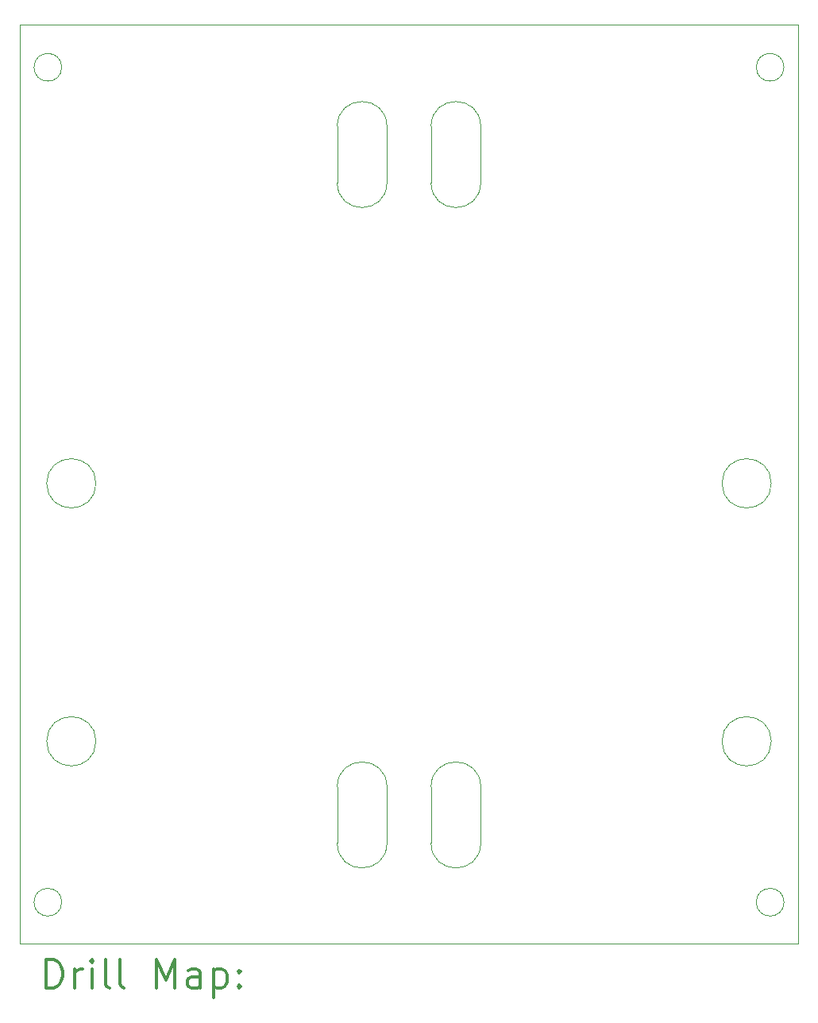
<source format=gbr>
%FSLAX45Y45*%
G04 Gerber Fmt 4.5, Leading zero omitted, Abs format (unit mm)*
G04 Created by KiCad (PCBNEW (5.1.10)-1) date 2022-05-06 20:47:13*
%MOMM*%
%LPD*%
G01*
G04 APERTURE LIST*
%TA.AperFunction,Profile*%
%ADD10C,0.050000*%
%TD*%
%ADD11C,0.200000*%
%ADD12C,0.300000*%
G04 APERTURE END LIST*
D10*
X15215000Y-15300000D02*
G75*
G02*
X14685000Y-15300000I-265000J0D01*
G01*
X14685000Y-14700000D02*
G75*
G02*
X15215000Y-14700000I265000J0D01*
G01*
X14215000Y-15300000D02*
G75*
G02*
X13685000Y-15300000I-265000J0D01*
G01*
X13685000Y-14700000D02*
G75*
G02*
X14215000Y-14700000I265000J0D01*
G01*
X15215000Y-8260000D02*
G75*
G02*
X14685000Y-8260000I-265000J0D01*
G01*
X14685000Y-7660000D02*
G75*
G02*
X15215000Y-7660000I265000J0D01*
G01*
X13685000Y-7660000D02*
G75*
G02*
X14215000Y-7660000I265000J0D01*
G01*
X14215000Y-8260000D02*
G75*
G02*
X13685000Y-8260000I-265000J0D01*
G01*
X15215000Y-7660000D02*
X15215000Y-8260000D01*
X14685000Y-7660000D02*
X14685000Y-8260000D01*
X13685000Y-7660000D02*
X13685000Y-8260000D01*
X14215000Y-7660000D02*
X14215000Y-8260000D01*
X15215000Y-15300000D02*
X15215000Y-14700000D01*
X14685000Y-14700000D02*
X14685000Y-15300000D01*
X14215000Y-15300000D02*
X14215000Y-14700000D01*
X13685000Y-15300000D02*
X13685000Y-14700000D01*
X18312500Y-11465000D02*
G75*
G03*
X18312500Y-11465000I-262500J0D01*
G01*
X18312500Y-14215000D02*
G75*
G03*
X18312500Y-14215000I-262500J0D01*
G01*
X11112500Y-14215000D02*
G75*
G03*
X11112500Y-14215000I-262500J0D01*
G01*
X11112500Y-11465000D02*
G75*
G03*
X11112500Y-11465000I-262500J0D01*
G01*
X18447500Y-7030000D02*
G75*
G03*
X18447500Y-7030000I-147500J0D01*
G01*
X10747500Y-7030000D02*
G75*
G03*
X10747500Y-7030000I-147500J0D01*
G01*
X10747500Y-15930000D02*
G75*
G03*
X10747500Y-15930000I-147500J0D01*
G01*
X18447500Y-15930000D02*
G75*
G03*
X18447500Y-15930000I-147500J0D01*
G01*
X18600000Y-6575000D02*
X10300000Y-6575000D01*
X18600000Y-16375000D02*
X18600000Y-6575000D01*
X10300000Y-16375000D02*
X18600000Y-16375000D01*
X10300000Y-6575000D02*
X10300000Y-16375000D01*
D11*
D12*
X10583928Y-16843214D02*
X10583928Y-16543214D01*
X10655357Y-16543214D01*
X10698214Y-16557500D01*
X10726786Y-16586071D01*
X10741071Y-16614643D01*
X10755357Y-16671786D01*
X10755357Y-16714643D01*
X10741071Y-16771786D01*
X10726786Y-16800357D01*
X10698214Y-16828929D01*
X10655357Y-16843214D01*
X10583928Y-16843214D01*
X10883928Y-16843214D02*
X10883928Y-16643214D01*
X10883928Y-16700357D02*
X10898214Y-16671786D01*
X10912500Y-16657500D01*
X10941071Y-16643214D01*
X10969643Y-16643214D01*
X11069643Y-16843214D02*
X11069643Y-16643214D01*
X11069643Y-16543214D02*
X11055357Y-16557500D01*
X11069643Y-16571786D01*
X11083928Y-16557500D01*
X11069643Y-16543214D01*
X11069643Y-16571786D01*
X11255357Y-16843214D02*
X11226786Y-16828929D01*
X11212500Y-16800357D01*
X11212500Y-16543214D01*
X11412500Y-16843214D02*
X11383928Y-16828929D01*
X11369643Y-16800357D01*
X11369643Y-16543214D01*
X11755357Y-16843214D02*
X11755357Y-16543214D01*
X11855357Y-16757500D01*
X11955357Y-16543214D01*
X11955357Y-16843214D01*
X12226786Y-16843214D02*
X12226786Y-16686071D01*
X12212500Y-16657500D01*
X12183928Y-16643214D01*
X12126786Y-16643214D01*
X12098214Y-16657500D01*
X12226786Y-16828929D02*
X12198214Y-16843214D01*
X12126786Y-16843214D01*
X12098214Y-16828929D01*
X12083928Y-16800357D01*
X12083928Y-16771786D01*
X12098214Y-16743214D01*
X12126786Y-16728929D01*
X12198214Y-16728929D01*
X12226786Y-16714643D01*
X12369643Y-16643214D02*
X12369643Y-16943214D01*
X12369643Y-16657500D02*
X12398214Y-16643214D01*
X12455357Y-16643214D01*
X12483928Y-16657500D01*
X12498214Y-16671786D01*
X12512500Y-16700357D01*
X12512500Y-16786072D01*
X12498214Y-16814643D01*
X12483928Y-16828929D01*
X12455357Y-16843214D01*
X12398214Y-16843214D01*
X12369643Y-16828929D01*
X12641071Y-16814643D02*
X12655357Y-16828929D01*
X12641071Y-16843214D01*
X12626786Y-16828929D01*
X12641071Y-16814643D01*
X12641071Y-16843214D01*
X12641071Y-16657500D02*
X12655357Y-16671786D01*
X12641071Y-16686071D01*
X12626786Y-16671786D01*
X12641071Y-16657500D01*
X12641071Y-16686071D01*
M02*

</source>
